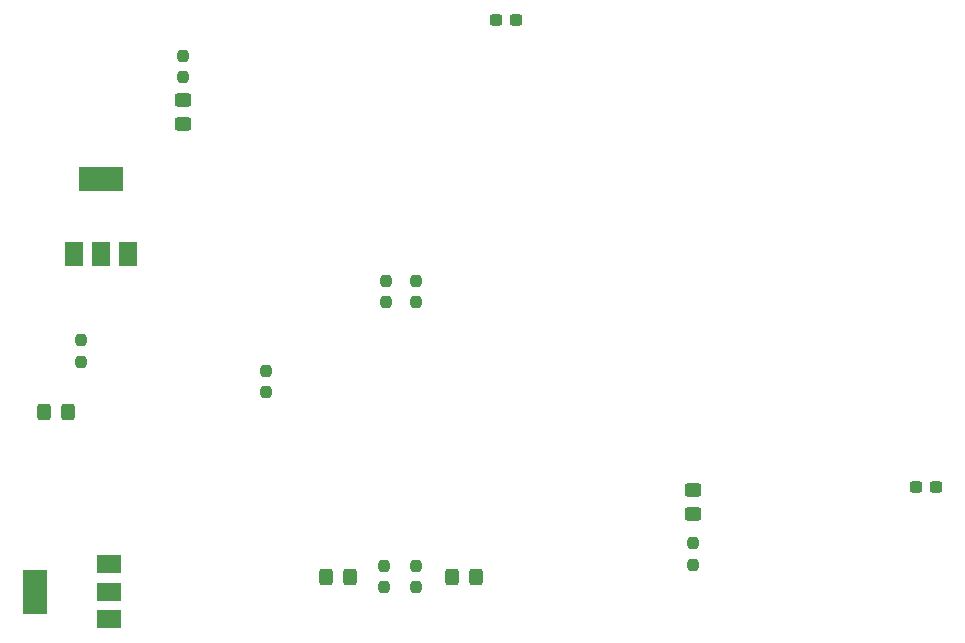
<source format=gbp>
G04 #@! TF.GenerationSoftware,KiCad,Pcbnew,6.0.11-2627ca5db0~126~ubuntu20.04.1*
G04 #@! TF.CreationDate,2023-03-12T13:33:37+01:00*
G04 #@! TF.ProjectId,Bobbycar_wiring,426f6262-7963-4617-925f-776972696e67,rev?*
G04 #@! TF.SameCoordinates,Original*
G04 #@! TF.FileFunction,Paste,Bot*
G04 #@! TF.FilePolarity,Positive*
%FSLAX46Y46*%
G04 Gerber Fmt 4.6, Leading zero omitted, Abs format (unit mm)*
G04 Created by KiCad (PCBNEW 6.0.11-2627ca5db0~126~ubuntu20.04.1) date 2023-03-12 13:33:37*
%MOMM*%
%LPD*%
G01*
G04 APERTURE LIST*
G04 Aperture macros list*
%AMRoundRect*
0 Rectangle with rounded corners*
0 $1 Rounding radius*
0 $2 $3 $4 $5 $6 $7 $8 $9 X,Y pos of 4 corners*
0 Add a 4 corners polygon primitive as box body*
4,1,4,$2,$3,$4,$5,$6,$7,$8,$9,$2,$3,0*
0 Add four circle primitives for the rounded corners*
1,1,$1+$1,$2,$3*
1,1,$1+$1,$4,$5*
1,1,$1+$1,$6,$7*
1,1,$1+$1,$8,$9*
0 Add four rect primitives between the rounded corners*
20,1,$1+$1,$2,$3,$4,$5,0*
20,1,$1+$1,$4,$5,$6,$7,0*
20,1,$1+$1,$6,$7,$8,$9,0*
20,1,$1+$1,$8,$9,$2,$3,0*%
G04 Aperture macros list end*
%ADD10RoundRect,0.237500X-0.300000X-0.237500X0.300000X-0.237500X0.300000X0.237500X-0.300000X0.237500X0*%
%ADD11RoundRect,0.237500X0.237500X-0.250000X0.237500X0.250000X-0.237500X0.250000X-0.237500X-0.250000X0*%
%ADD12R,2.000000X1.500000*%
%ADD13R,2.000000X3.800000*%
%ADD14RoundRect,0.237500X-0.237500X0.250000X-0.237500X-0.250000X0.237500X-0.250000X0.237500X0.250000X0*%
%ADD15R,1.500000X2.000000*%
%ADD16R,3.800000X2.000000*%
%ADD17RoundRect,0.250000X-0.325000X-0.450000X0.325000X-0.450000X0.325000X0.450000X-0.325000X0.450000X0*%
%ADD18RoundRect,0.250000X-0.450000X0.325000X-0.450000X-0.325000X0.450000X-0.325000X0.450000X0.325000X0*%
%ADD19RoundRect,0.250000X0.325000X0.450000X-0.325000X0.450000X-0.325000X-0.450000X0.325000X-0.450000X0*%
%ADD20RoundRect,0.250000X0.450000X-0.325000X0.450000X0.325000X-0.450000X0.325000X-0.450000X-0.325000X0*%
G04 APERTURE END LIST*
D10*
X118972500Y-51963000D03*
X117247500Y-51963000D03*
X152807500Y-91440000D03*
X154532500Y-91440000D03*
D11*
X107950000Y-75842500D03*
X107950000Y-74017500D03*
X110490000Y-99972500D03*
X110490000Y-98147500D03*
D12*
X84520000Y-102630000D03*
X84520000Y-100330000D03*
D13*
X78220000Y-100330000D03*
D12*
X84520000Y-98030000D03*
D14*
X133985000Y-96242500D03*
X133985000Y-98067500D03*
D15*
X86120000Y-71730000D03*
D16*
X83820000Y-65430000D03*
D15*
X83820000Y-71730000D03*
X81520000Y-71730000D03*
D11*
X110490000Y-75842500D03*
X110490000Y-74017500D03*
D14*
X90805000Y-54967500D03*
X90805000Y-56792500D03*
D17*
X113520000Y-99060000D03*
X115570000Y-99060000D03*
D11*
X97790000Y-83462500D03*
X97790000Y-81637500D03*
X107757500Y-99972500D03*
X107757500Y-98147500D03*
D18*
X90805000Y-58665000D03*
X90805000Y-60715000D03*
D19*
X104920000Y-99060000D03*
X102870000Y-99060000D03*
D20*
X133985000Y-93735000D03*
X133985000Y-91685000D03*
D19*
X81035000Y-85090000D03*
X78985000Y-85090000D03*
D11*
X82105000Y-80847224D03*
X82105000Y-79022224D03*
M02*

</source>
